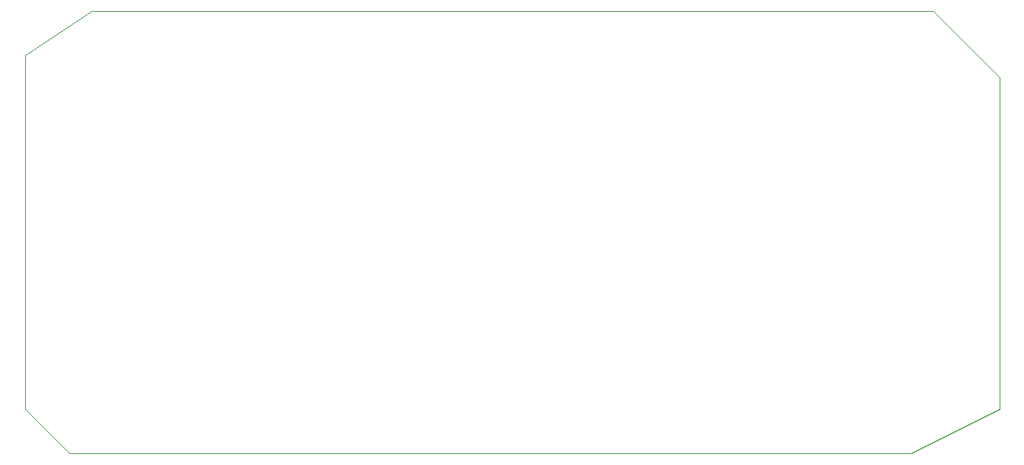
<source format=gbr>
%TF.GenerationSoftware,KiCad,Pcbnew,(6.0.5)*%
%TF.CreationDate,2022-06-15T21:14:50-03:00*%
%TF.ProjectId,transmitter-pcb,7472616e-736d-4697-9474-65722d706362,rev?*%
%TF.SameCoordinates,Original*%
%TF.FileFunction,Profile,NP*%
%FSLAX46Y46*%
G04 Gerber Fmt 4.6, Leading zero omitted, Abs format (unit mm)*
G04 Created by KiCad (PCBNEW (6.0.5)) date 2022-06-15 21:14:50*
%MOMM*%
%LPD*%
G01*
G04 APERTURE LIST*
%TA.AperFunction,Profile*%
%ADD10C,0.100000*%
%TD*%
G04 APERTURE END LIST*
D10*
X187960000Y-83820000D02*
X187960000Y-121920000D01*
X177800000Y-127000000D01*
X81280000Y-127000000D01*
X76200000Y-121920000D01*
X76200000Y-81280000D01*
X83820000Y-76200000D01*
X180340000Y-76200000D01*
X187960000Y-83820000D01*
M02*

</source>
